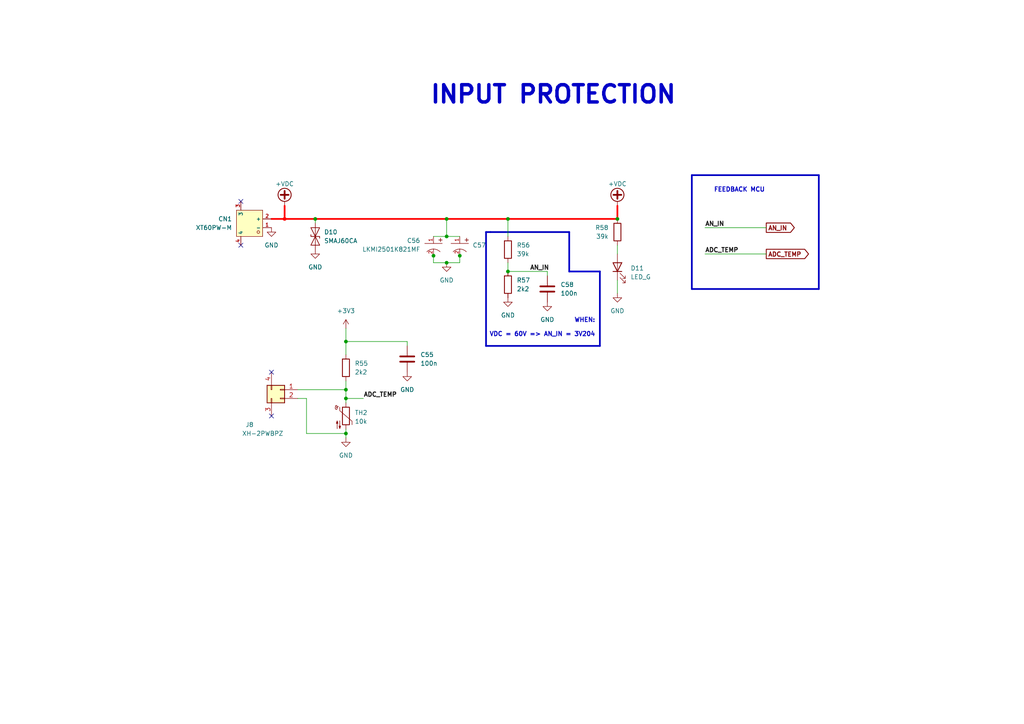
<source format=kicad_sch>
(kicad_sch (version 20230121) (generator eeschema)
  (paper "A4")
  (lib_symbols
    (symbol "Connector_Generic:Conn_01x02" (pin_names (offset 1.016) hide)
      (property "Reference" "J10" (at -2.54 2.54 0))
      (property "Value" "XH-2PWBPZ" (at -6.35 -5.08 0))
      (symbol "Conn_01x02_1_1"
        (rectangle (start -1.27 -2.413) (end 0 -2.667) (stroke (width 0.1524)))
        (rectangle (start -1.27 0.127) (end 0 -0.127) (stroke (width 0.1524)))
        (rectangle (start -1.27 1.27) (end 3.81 -3.81) (stroke (width 0.254)) (fill (type background)))
        (rectangle (start 2.413 -3.81) (end 2.667 -2.54) (stroke (width 0.1524)))
        (rectangle (start 2.667 1.27) (end 2.413 0) (stroke (width 0.1524)))
        (pin passive line (at -5.08 0 0) (length 3.81) (name "Pin_1") (number "1"))
        (pin passive line (at -5.08 -2.54 0) (length 3.81) (name "Pin_2") (number "2"))
        (pin passive line (at 2.54 -7.62 90) (length 3.81) (name "Pin_3") (number "3"))
        (pin passive line (at 2.54 5.08 270) (length 3.81) (name "Pin_4") (number "4"))
      )
    )
    (symbol "DF_ESC_Symbol_Library:LKMI2501K821MF" (pin_names hide)
      (property "Reference" "C" (at 0 1.27 0))
      (property "Value" "LKMI2501K821MF" (at 0 -2.54 0))
      (symbol "LKMI2501K821MF_0_0"
        (rectangle (start -2.54 -6.096) (end -1.524 -6.1214) (fill (type background)))
        (rectangle (start -2.032 -5.588) (end -2.0066 -6.604) (fill (type background)))
        (polyline (pts (xy -2.54 -7.112) (xy 2.54 -7.112)))
        (pin passive line (at 0 -5.08 270) (length 2) (name "1") (number "1"))
        (pin passive line (at 0 -10.668 90) (length 2) (name "2") (number "2"))
      )
      (symbol "LKMI2501K821MF_0_1"
        (arc (start 1.9049 -9.5249) (mid -0.0001 -8.7359) (end -1.9051 -9.5251))
      )
    )
    (symbol "DF_ESC_Symbol_Library:XT60PW-M"
      (property "Reference" "CN" (at 0 1.27 0))
      (property "Value" "XT60PW-M" (at 0 -2.54 0))
      (symbol "XT60PW-M_0_0"
        (rectangle (start -2.54 -6.35) (end 5.08 -13.97) (fill (type background)))
        (circle (center -1.27 -7.62) (radius 0.381) (fill (type background)))
        (pin unspecified line (at -5.08 -8.89 0) (length 2.54) (name "-") (number "1"))
        (pin unspecified line (at -5.08 -11.43 0) (length 2.54) (name "+") (number "2"))
        (pin unspecified line (at 3.81 -16.51 90) (length 2.54) (name "3") (number "3"))
        (pin unspecified line (at 3.81 -3.81 270) (length 2.54) (name "4") (number "4"))
      )
    )
    (symbol "Device:C" (pin_numbers hide) (pin_names (offset 0.254))
      (property "Reference" "C" (at 0.635 2.54 0))
      (property "Value" "C" (at 0.635 -2.54 0))
      (symbol "C_0_1"
        (polyline (pts (xy -2.032 -0.762) (xy 2.032 -0.762)) (stroke (width 0.508)))
        (polyline (pts (xy -2.032 0.762) (xy 2.032 0.762)) (stroke (width 0.508)))
      )
      (symbol "C_1_1"
        (pin passive line (at 0 3.81 270) (length 2.794) (name "~") (number "1"))
        (pin passive line (at 0 -3.81 90) (length 2.794) (name "~") (number "2"))
      )
    )
    (symbol "Device:LED" (pin_numbers hide) (pin_names (offset 1.016) hide)
      (property "Reference" "D" (at 0 2.54 0))
      (property "Value" "LED" (at 0 -2.54 0))
      (symbol "LED_0_1"
        (polyline (pts (xy -1.27 -1.27) (xy -1.27 1.27)) (stroke (width 0.254)))
        (polyline (pts (xy -1.27 0) (xy 1.27 0)))
        (polyline (pts (xy 1.27 -1.27) (xy 1.27 1.27) (xy -1.27 0) (xy 1.27 -1.27)) (stroke (width 0.254)))
        (polyline (pts (xy -3.048 -0.762) (xy -4.572 -2.286) (xy -3.81 -2.286) (xy -4.572 -2.286) (xy -4.572 -1.524)))
        (polyline (pts (xy -1.778 -0.762) (xy -3.302 -2.286) (xy -2.54 -2.286) (xy -3.302 -2.286) (xy -3.302 -1.524)))
      )
      (symbol "LED_1_1"
        (pin passive line (at -3.81 0 0) (length 2.54) (name "K") (number "1"))
        (pin passive line (at 3.81 0 180) (length 2.54) (name "A") (number "2"))
      )
    )
    (symbol "Device:R" (pin_numbers hide) (pin_names (offset 0))
      (property "Reference" "R" (at 2.032 0 90))
      (property "Value" "R" (at 0 0 90))
      (symbol "R_0_1"
        (rectangle (start -1.016 -2.54) (end 1.016 2.54) (stroke (width 0.254)))
      )
      (symbol "R_1_1"
        (pin passive line (at 0 3.81 270) (length 1.27) (name "~") (number "1"))
        (pin passive line (at 0 -3.81 90) (length 1.27) (name "~") (number "2"))
      )
    )
    (symbol "Device:Thermistor_NTC" (pin_numbers hide) (pin_names (offset 0))
      (property "Reference" "TH" (at -4.445 0 90))
      (property "Value" "Thermistor_NTC" (at 3.175 0 90))
      (symbol "Thermistor_NTC_0_1"
        (arc (start -3.048 2.159) (mid -3.0495 2.3143) (end -3.175 2.413))
        (arc (start -3.048 2.159) (mid -2.9736 1.9794) (end -2.794 1.905))
        (arc (start -3.048 2.794) (mid -2.9736 2.6144) (end -2.794 2.54))
        (arc (start -2.794 1.905) (mid -2.6144 1.9794) (end -2.54 2.159))
        (arc (start -2.794 2.54) (mid -2.4393 2.5587) (end -2.159 2.794))
        (arc (start -2.794 3.048) (mid -2.9736 2.9736) (end -3.048 2.794))
        (arc (start -2.54 2.794) (mid -2.6144 2.9736) (end -2.794 3.048))
        (rectangle (start -1.016 2.54) (end 1.016 -2.54) (stroke (width 0.254)))
        (polyline (pts (xy -2.54 2.159) (xy -2.54 2.794)))
        (polyline (pts (xy -1.778 2.54) (xy -1.778 1.524) (xy 1.778 -1.524) (xy 1.778 -2.54)))
        (polyline (pts (xy -2.54 -3.683) (xy -2.54 -1.397) (xy -2.794 -2.159) (xy -2.286 -2.159) (xy -2.54 -1.397) (xy -2.54 -1.651)) (fill (type outline)))
        (polyline (pts (xy -1.778 -1.397) (xy -1.778 -3.683) (xy -2.032 -2.921) (xy -1.524 -2.921) (xy -1.778 -3.683) (xy -1.778 -3.429)) (fill (type outline)))
      )
      (symbol "Thermistor_NTC_1_1"
        (pin passive line (at 0 3.81 270) (length 1.27) (name "~") (number "1"))
        (pin passive line (at 0 -3.81 90) (length 1.27) (name "~") (number "2"))
      )
    )
    (symbol "Diode:SMAJ60CA" (pin_numbers hide) (pin_names (offset 1.016) hide)
      (property "Reference" "D" (at 0 2.54 0))
      (property "Value" "SMAJ60CA" (at 0 -2.54 0))
      (symbol "SMAJ60CA_0_1"
        (polyline (pts (xy 1.27 0) (xy -1.27 0)))
        (polyline (pts (xy -2.54 -1.27) (xy 0 0) (xy -2.54 1.27) (xy -2.54 -1.27)) (stroke (width 0.2032)))
        (polyline (pts (xy 0.508 1.27) (xy 0 1.27) (xy 0 -1.27) (xy -0.508 -1.27)) (stroke (width 0.2032)))
        (polyline (pts (xy 2.54 1.27) (xy 2.54 -1.27) (xy 0 0) (xy 2.54 1.27)) (stroke (width 0.2032)))
      )
      (symbol "SMAJ60CA_1_1"
        (pin passive line (at -3.81 0 0) (length 2.54) (name "A1") (number "1"))
        (pin passive line (at 3.81 0 180) (length 2.54) (name "A2") (number "2"))
      )
    )
    (symbol "power:+3V3" (power) (pin_names (offset 0))
      (property "Value" "+3V3" (at 0 3.556 0))
      (symbol "+3V3_0_1"
        (polyline (pts (xy -0.762 1.27) (xy 0 2.54)))
        (polyline (pts (xy 0 0) (xy 0 2.54)))
        (polyline (pts (xy 0 2.54) (xy 0.762 1.27)))
      )
      (symbol "+3V3_1_1"
        (pin power_in line (at 0 0 90) (length 0) hide (name "+3V3") (number "1"))
      )
    )
    (symbol "power:+VDC" (power) (pin_names (offset 0))
      (property "Value" "+VDC" (at 0 6.35 0))
      (symbol "+VDC_0_1"
        (polyline (pts (xy -1.143 3.175) (xy 1.143 3.175)) (stroke (width 0.508)))
        (polyline (pts (xy 0 0) (xy 0 1.27)))
        (polyline (pts (xy 0 2.032) (xy 0 4.318)) (stroke (width 0.508)))
        (circle (center 0 3.175) (radius 1.905) (stroke (width 0.254)))
      )
      (symbol "+VDC_1_1"
        (pin power_in line (at 0 0 90) (length 0) hide (name "+VDC") (number "1"))
      )
    )
    (symbol "power:GND" (power) (pin_names (offset 0))
      (property "Value" "GND" (at 0 -3.81 0))
      (symbol "GND_0_1"
        (polyline (pts (xy 0 0) (xy 0 -1.27) (xy 1.27 -1.27) (xy 0 -2.54) (xy -1.27 -1.27) (xy 0 -1.27)))
      )
      (symbol "GND_1_1"
        (pin power_in line (at 0 0 270) (length 0) hide (name "GND") (number "1"))
      )
    )
  )
  (junction (at 125.73 74.168))
  (junction (at 129.54 68.58))
  (junction (at 91.44 63.5))
  (junction (at 100.33 115.57))
  (junction (at 100.33 125.73))
  (junction (at 100.33 113.03))
  (junction (at 179.07 63.5))
  (junction (at 133.35 74.168))
  (junction (at 147.32 78.74))
  (junction (at 100.33 99.06))
  (junction (at 82.55 63.5) (color 255 0 0 1))
  (junction (at 129.54 63.5))
  (junction (at 129.54 76.2))
  (junction (at 147.32 63.5))
  (no_connect (at 69.85 71.12))
  (no_connect (at 69.85 58.42))
  (no_connect (at 78.74 107.95))
  (no_connect (at 78.74 120.65))
  (wire (pts (xy 88.9 125.73) (xy 100.33 125.73)))
  (wire (pts (xy 133.35 74.168) (xy 133.35 76.2)))
  (polyline (pts (xy 165.1 67.31) (xy 165.1 78.74)) (stroke (width 0.5)))
  (wire (pts (xy 88.9 115.57) (xy 88.9 125.73)))
  (wire (pts (xy 100.33 124.46) (xy 100.33 125.73)))
  (wire (pts (xy 179.07 63.5) (xy 179.07 59.69)) (stroke (width 0.5) (color 255 0 0 1)))
  (wire (pts (xy 100.33 115.57) (xy 105.41 115.57)))
  (polyline (pts (xy 140.97 67.31) (xy 142.24 67.31)) (stroke (width 0.5)))
  (polyline (pts (xy 200.66 83.82) (xy 200.66 50.8)) (stroke (width 0.5)))
  (wire (pts (xy 133.35 73.66) (xy 133.35 74.168)))
  (polyline (pts (xy 140.97 100.33) (xy 140.97 67.31)) (stroke (width 0.5)))
  (wire (pts (xy 125.73 73.66) (xy 125.73 74.168)))
  (polyline (pts (xy 237.49 50.8) (xy 237.49 83.82)) (stroke (width 0.5)))
  (wire (pts (xy 82.55 63.5) (xy 91.44 63.5)) (stroke (width 0.5) (color 255 0 0 1)))
  (wire (pts (xy 179.07 71.12) (xy 179.07 73.66)))
  (wire (pts (xy 125.73 68.58) (xy 129.54 68.58)))
  (wire (pts (xy 91.44 64.77) (xy 91.44 63.5)))
  (wire (pts (xy 204.47 66.04) (xy 222.25 66.04)))
  (polyline (pts (xy 200.66 50.8) (xy 237.49 50.8)) (stroke (width 0.5)))
  (polyline (pts (xy 173.99 78.74) (xy 173.99 100.33)) (stroke (width 0.5)))
  (wire (pts (xy 129.54 76.2) (xy 133.35 76.2)))
  (wire (pts (xy 158.75 80.01) (xy 158.75 78.74)))
  (wire (pts (xy 100.33 102.87) (xy 100.33 99.06)))
  (wire (pts (xy 100.33 110.49) (xy 100.33 113.03)))
  (wire (pts (xy 91.44 63.5) (xy 129.54 63.5)) (stroke (width 0.5) (color 255 0 0 1)))
  (wire (pts (xy 158.75 78.74) (xy 147.32 78.74)))
  (polyline (pts (xy 173.99 100.33) (xy 140.97 100.33)) (stroke (width 0.5)))
  (polyline (pts (xy 142.24 67.31) (xy 165.1 67.31)) (stroke (width 0.5)))
  (polyline (pts (xy 237.49 83.82) (xy 200.66 83.82)) (stroke (width 0.5)))
  (wire (pts (xy 118.11 100.33) (xy 118.11 99.06)))
  (wire (pts (xy 86.36 115.57) (xy 88.9 115.57)))
  (wire (pts (xy 100.33 125.73) (xy 100.33 127)))
  (wire (pts (xy 129.54 63.5) (xy 147.32 63.5)) (stroke (width 0.5) (color 255 0 0 1)))
  (wire (pts (xy 86.36 113.03) (xy 100.33 113.03)))
  (wire (pts (xy 179.07 81.28) (xy 179.07 85.09)))
  (wire (pts (xy 78.74 63.5) (xy 82.55 63.5)) (stroke (width 0.5) (color 255 0 0 1)))
  (wire (pts (xy 82.55 63.5) (xy 82.55 59.69)) (stroke (width 0.5) (color 255 0 0 1)))
  (wire (pts (xy 125.73 74.168) (xy 125.73 76.2)))
  (wire (pts (xy 100.33 113.03) (xy 100.33 115.57)))
  (wire (pts (xy 147.32 68.58) (xy 147.32 63.5)))
  (polyline (pts (xy 165.1 78.74) (xy 173.99 78.74)) (stroke (width 0.5)))
  (wire (pts (xy 100.33 115.57) (xy 100.33 116.84)))
  (wire (pts (xy 147.32 63.5) (xy 179.07 63.5)) (stroke (width 0.5) (color 255 0 0 1)))
  (wire (pts (xy 129.54 63.5) (xy 129.54 68.58)))
  (wire (pts (xy 125.73 76.2) (xy 129.54 76.2)))
  (wire (pts (xy 147.32 78.74) (xy 147.32 76.2)))
  (wire (pts (xy 100.33 99.06) (xy 118.11 99.06)))
  (wire (pts (xy 129.54 68.58) (xy 133.35 68.58)))
  (wire (pts (xy 204.47 73.66) (xy 222.25 73.66)))
  (wire (pts (xy 100.33 95.25) (xy 100.33 99.06)))
  (text "INPUT PROTECTION" (at 124.46 30.48 0) (effects (font (size 5 5) (thickness 1) bold) (justify left bottom)))
  (text "FEEDBACK MCU\n" (at 207.01 55.88 0) (effects (font (size 1.27 1.27) bold) (justify left bottom)))
  (text "WHEN:\n\nVDC = 60V => AN_IN = 3V204" (at 172.72 97.79 0) (effects (font (size 1.27 1.27) bold) (justify right bottom)))
  (label "AN_IN" (at 153.67 78.74 0) (effects (font bold)))
  (label "AN_IN" (at 204.47 66.04 0) (effects (font bold)))
  (label "ADC_TEMP" (at 105.41 115.57 0) (effects (font bold)))
  (label "ADC_TEMP" (at 204.47 73.66 0) (effects (font bold)))
  (global_label "AN_IN" (shape output) (at 222.25 66.04 0) (effects (font bold)) (property "Intersheetrefs" "${INTERSHEET_REFS}" (effects hide)))
  (global_label "ADC_TEMP" (shape output) (at 222.25 73.66 0) (effects (font bold)) (property "Intersheetrefs" "${INTERSHEET_REFS}" (effects hide)))
  (symbol (lib_id "power:+VDC") (at 179.07 59.69 0) (unit 1)
    (property "Reference" "#PWR090" (effects hide))
    (property "Value" "+VDC" (at 179.07 53.34 0))
  )
  (symbol (lib_id "Device:R") (at 100.33 106.68 0) (unit 1)
    (property "Reference" "R55" (at 102.87 105.41 0) (effects (justify left)))
    (property "Value" "2k2" (at 102.87 107.95 0) (effects (justify left)))
    (property "Footprint" "Resistor_SMD:R_0603_1608Metric_Pad0.98x0.95mm_HandSolder" (effects hide))
  )
  (symbol (lib_id "Device:R") (at 147.32 72.39 0) (unit 1)
    (property "Reference" "R56" (at 149.86 71.12 0) (effects (justify left)))
    (property "Value" "39k" (at 149.86 73.66 0) (effects (justify left)))
    (property "Footprint" "Resistor_SMD:R_0603_1608Metric_Pad0.98x0.95mm_HandSolder" (effects hide))
  )
  (symbol (lib_id "Device:Thermistor_NTC") (at 100.33 120.65 0) (unit 1)
    (property "Reference" "TH2" (at 102.87 119.6975 0) (effects (justify left)))
    (property "Value" "10k" (at 102.87 122.2375 0) (effects (justify left)))
    (property "Footprint" "Resistor_SMD:R_0603_1608Metric_Pad0.98x0.95mm_HandSolder" (effects hide))
  )
  (symbol (lib_id "Device:R") (at 179.07 67.31 0) (mirror y) (unit 1)
    (property "Reference" "R58" (at 176.53 66.04 0) (effects (justify left)))
    (property "Value" "39k" (at 176.53 68.58 0) (effects (justify left)))
    (property "Footprint" "Resistor_SMD:R_0603_1608Metric_Pad0.98x0.95mm_HandSolder" (effects hide))
  )
  (symbol (lib_id "power:+VDC") (at 82.55 59.69 0) (unit 1)
    (property "Reference" "#PWR082" (effects hide))
    (property "Value" "+VDC" (at 82.55 53.34 0))
  )
  (symbol (lib_id "power:GND") (at 147.32 86.36 0) (unit 1)
    (property "Reference" "#PWR088" (effects hide))
    (property "Value" "GND" (at 147.32 91.44 0))
  )
  (symbol (lib_id "power:GND") (at 118.11 107.95 0) (unit 1)
    (property "Reference" "#PWR086" (effects hide))
    (property "Value" "GND" (at 118.11 113.03 0))
  )
  (symbol (lib_id "power:GND") (at 100.33 127 0) (unit 1)
    (property "Reference" "#PWR085" (effects hide))
    (property "Value" "GND" (at 100.33 132.08 0))
  )
  (symbol (lib_id "power:+3V3") (at 100.33 95.25 0) (unit 1)
    (property "Reference" "#PWR084" (effects hide))
    (property "Value" "+3V3" (at 100.33 90.17 0))
  )
  (symbol (lib_id "DF_ESC_Symbol_Library:LKMI2501K821MF") (at 125.73 63.5 0) (mirror y) (unit 1)
    (property "Reference" "C56" (at 121.92 69.7865 0) (effects (justify left)))
    (property "Value" "LKMI2501K821MF" (at 121.92 72.3265 0) (effects (justify left)))
    (property "Footprint" "DF_ESC_Footprint_Library:CAP-TH_BD18.0-P7.50-D1.2-SIDE" (effects hide))
    (property "Datasheet" "https://item.szlcsc.com/48887.html" (effects hide))
    (property "LCSC" "C443097" (effects hide))
    (property "Capacitance" "820uF" (effects hide))
  )
  (symbol (lib_id "power:GND") (at 129.54 76.2 0) (unit 1)
    (property "Reference" "#PWR087" (effects hide))
    (property "Value" "GND" (at 129.54 81.28 0))
  )
  (symbol (lib_id "Device:LED") (at 179.07 77.47 90) (unit 1)
    (property "Reference" "D11" (at 182.88 77.7875 90) (effects (justify right)))
    (property "Value" "LED_G" (at 182.88 80.3275 90) (effects (justify right)))
    (property "Footprint" "LED_SMD:LED_1206_3216Metric" (effects hide))
  )
  (symbol (lib_id "DF_ESC_Symbol_Library:XT60PW-M") (at 73.66 74.93 180) (unit 1)
    (property "Reference" "CN1" (at 67.31 63.5 0) (effects (justify left)))
    (property "Value" "XT60PW-M" (at 67.31 66.04 0) (effects (justify left)))
    (property "Footprint" "DF_ESC_Footprint_Library:CONN-TH_XT60PW-M" (effects hide))
    (property "Datasheet" "https://atta.szlcsc.com/upload/public/pdf/source/20180125/C98732_15168617837851301983.pdf" (effects hide))
    (property "LCSC" "C98732" (effects hide))
  )
  (symbol (lib_id "power:GND") (at 78.74 66.04 0) (unit 1)
    (property "Reference" "#PWR081" (effects hide))
    (property "Value" "GND" (at 78.74 71.12 0))
  )
  (symbol (lib_id "Diode:SMAJ60CA") (at 91.44 68.58 90) (unit 1)
    (property "Reference" "D10" (at 93.98 67.31 90) (effects (justify right)))
    (property "Value" "SMAJ60CA" (at 93.98 69.85 90) (effects (justify right)))
    (property "Footprint" "Diode_SMD:D_SMA" (effects hide))
    (property "Datasheet" "https://www.littelfuse.com/media?resourcetype=datasheets&itemid=75e32973-b177-4ee3-a0ff-cedaf1abdb93&filename=smaj-datasheet" (effects hide))
  )
  (symbol (lib_id "Device:C") (at 118.11 104.14 0) (unit 1)
    (property "Reference" "C55" (at 121.92 102.87 0) (effects (justify left)))
    (property "Value" "100n" (at 121.92 105.41 0) (effects (justify left)))
    (property "Footprint" "Capacitor_SMD:C_0603_1608Metric" (effects hide))
  )
  (symbol (lib_id "power:GND") (at 179.07 85.09 0) (mirror y) (unit 1)
    (property "Reference" "#PWR091" (effects hide))
    (property "Value" "GND" (at 179.07 90.17 0))
  )
  (symbol (lib_id "Device:R") (at 147.32 82.55 0) (unit 1)
    (property "Reference" "R57" (at 149.86 81.28 0) (effects (justify left)))
    (property "Value" "2k2" (at 149.86 83.82 0) (effects (justify left)))
    (property "Footprint" "Resistor_SMD:R_0603_1608Metric_Pad0.98x0.95mm_HandSolder" (effects hide))
  )
  (symbol (lib_id "Connector_Generic:Conn_01x02") (at 81.28 113.03 0) (mirror y) (unit 1)
    (property "Reference" "J8" (at 72.39 123.19 0))
    (property "Value" "XH-2PWBPZ" (at 76.2 125.73 0))
    (property "Footprint" "DF_ESC_Footprint_Library:CONN-SMD_XH-2PWBPZ" (effects hide))
  )
  (symbol (lib_id "power:GND") (at 158.75 87.63 0) (unit 1)
    (property "Reference" "#PWR089" (effects hide))
    (property "Value" "GND" (at 158.75 92.71 0))
  )
  (symbol (lib_id "DF_ESC_Symbol_Library:LKMI2501K821MF") (at 133.35 63.5 0) (mirror y) (unit 1)
    (property "Reference" "C57" (at 140.97 71.12 0) (effects (justify left)))
    (property "Value" "LKMI2501K821MF" (effects hide))
    (property "Footprint" "DF_ESC_Footprint_Library:CAP-TH_BD18.0-P7.50-D1.2-SIDE" (effects hide))
    (property "Datasheet" "https://item.szlcsc.com/48887.html" (effects hide))
    (property "LCSC" "C443097" (effects hide))
    (property "Capacitance" "820uF" (effects hide))
  )
  (symbol (lib_id "Device:C") (at 158.75 83.82 0) (unit 1)
    (property "Reference" "C58" (at 162.56 82.55 0) (effects (justify left)))
    (property "Value" "100n" (at 162.56 85.09 0) (effects (justify left)))
    (property "Footprint" "Capacitor_SMD:C_0603_1608Metric" (effects hide))
  )
  (symbol (lib_id "power:GND") (at 91.44 72.39 0) (unit 1)
    (property "Reference" "#PWR083" (effects hide))
    (property "Value" "GND" (at 91.44 77.47 0))
  )
)
</source>
